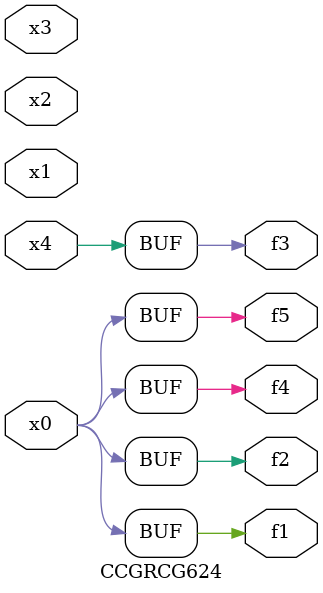
<source format=v>
module CCGRCG624(
	input x0, x1, x2, x3, x4,
	output f1, f2, f3, f4, f5
);
	assign f1 = x0;
	assign f2 = x0;
	assign f3 = x4;
	assign f4 = x0;
	assign f5 = x0;
endmodule

</source>
